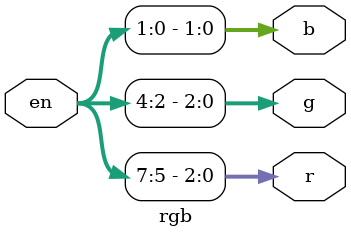
<source format=v>
module rgb(en, r, g, b);

	input [7:0] en;
	
	output [2:0] r, g;
	output [1:0] b;
	
	assign r = en[7:5];
	assign g = en[4:2];
	assign b = en[1:0];

//	assign b = en[7:6];
//	assign g = en[5:3];
//	assign r = en[2:0];

//	assign r = {en[7], en[4], en[1]};
//	assign g = {en[6], en[3], en[0]};
//	assign b = {en[5], en[2]};
	
endmodule

</source>
